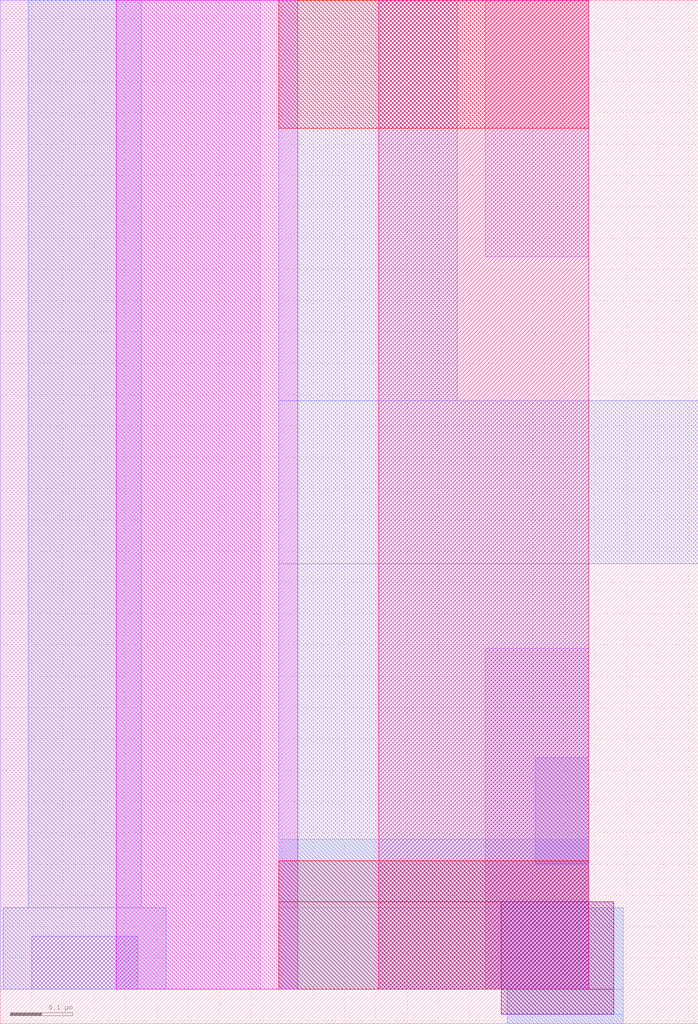
<source format=lef>
# Copyright 2020 The SkyWater PDK Authors
#
# Licensed under the Apache License, Version 2.0 (the "License");
# you may not use this file except in compliance with the License.
# You may obtain a copy of the License at
#
#     https://www.apache.org/licenses/LICENSE-2.0
#
# Unless required by applicable law or agreed to in writing, software
# distributed under the License is distributed on an "AS IS" BASIS,
# WITHOUT WARRANTIES OR CONDITIONS OF ANY KIND, either express or implied.
# See the License for the specific language governing permissions and
# limitations under the License.
#
# SPDX-License-Identifier: Apache-2.0

VERSION 5.7 ;
  NOWIREEXTENSIONATPIN ON ;
  DIVIDERCHAR "/" ;
  BUSBITCHARS "[]" ;
MACRO sky130_fd_bd_sram__sram_dp_rowendb
  CLASS BLOCK ;
  FOREIGN sky130_fd_bd_sram__sram_dp_rowendb ;
  ORIGIN  0.000000  0.055000 ;
  SIZE  1.115000 BY  1.635000 ;
  OBS
    LAYER li1 ;
      RECT 0.000000 0.000000 0.415000 1.580000 ;
      RECT 0.775000 0.000000 0.940000 0.545000 ;
      RECT 0.775000 1.170000 0.940000 1.580000 ;
    LAYER mcon ;
      RECT 0.050000 0.000000 0.220000 0.085000 ;
      RECT 0.855000 0.200000 0.940000 0.370000 ;
    LAYER met1 ;
      RECT 0.005000  0.000000 0.265000 0.130000 ;
      RECT 0.045000  0.130000 0.225000 1.580000 ;
      RECT 0.445000  0.000000 0.995000 0.130000 ;
      RECT 0.445000  0.130000 0.940000 0.680000 ;
      RECT 0.445000  0.680000 1.115000 0.940000 ;
      RECT 0.445000  0.940000 0.730000 1.580000 ;
      RECT 0.810000 -0.055000 0.995000 0.000000 ;
    LAYER met2 ;
      RECT 0.445000  0.000000 0.995000  0.130000 ;
      RECT 0.445000  0.130000 0.980000  0.140000 ;
      RECT 0.445000  0.140000 0.940000  0.240000 ;
      RECT 0.800000 -0.040000 0.995000  0.000000 ;
      RECT 0.810000 -0.055000 0.995000 -0.040000 ;
    LAYER met3 ;
      RECT 0.445000  0.000000 0.980000 0.140000 ;
      RECT 0.445000  0.140000 0.940000 0.205000 ;
      RECT 0.445000  1.375000 0.940000 1.580000 ;
      RECT 0.800000 -0.040000 0.980000 0.000000 ;
    LAYER nwell ;
      RECT 0.605000 0.000000 0.940000 1.580000 ;
    LAYER pwell ;
      RECT 0.185000 0.000000 0.475000 1.580000 ;
    LAYER via2 ;
      RECT 0.800000 -0.040000 0.980000 0.140000 ;
  END
END sky130_fd_bd_sram__sram_dp_rowendb
END LIBRARY

</source>
